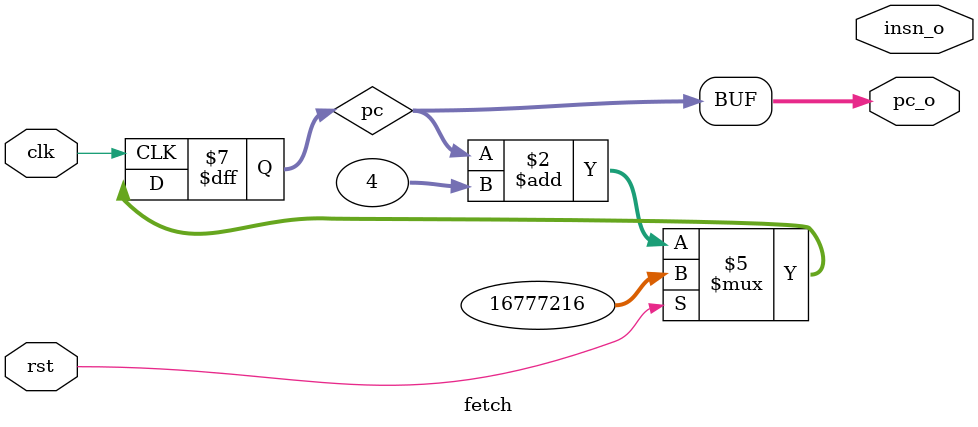
<source format=sv>
/*
 * Module: fetch
 *
 * Description: Fetch stage
 *
 * -------- REPLACE THIS FILE WITH THE MEMORY MODULE DEVELOPED IN PD1 -----------
 *
 * Inputs:
 * 1) clk
 * 2) rst signal
 *
 * Outputs:
 * 1) AWIDTH wide program counter pc_o
 * 2) DWIDTH wide instruction output insn_o
 */


/*
 * Module: fetch
 *
 * Description: Fetch stage
 *
 * Inputs:
 * 1) clk
 * 2) rst signal
 *
 * Outputs:
 * 1) AWIDTH wide program counter pc_o
 * 2) DWIDTH wide instruction output insn_o
 */

module fetch #(
    parameter int DWIDTH=32,
    parameter int AWIDTH=32,
    parameter int BASEADDR=32'h01000000
    )(
	// inputs
	input logic clk,
	input logic rst,
	// outputs	
	output logic [AWIDTH - 1:0] pc_o,
   output logic [DWIDTH - 1:0] insn_o
);
    /*
     * Process definitions to be filled by
     * student below...
     */
    
    logic [AWIDTH - 1:0] pc = BASEADDR;
      
    always_ff @(posedge clk) begin 
        if (rst) begin
            pc <= BASEADDR;
        end else begin
            pc <= pc + 32'd4;
        end
    end
       
	assign pc_o = pc;

endmodule : fetch
				

</source>
